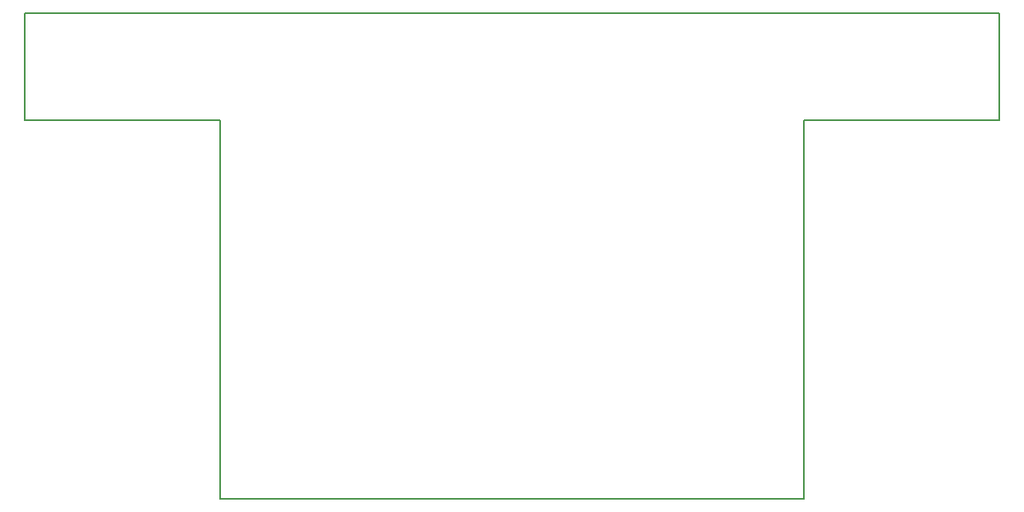
<source format=gko>
G04 #@! TF.FileFunction,Profile,NP*
%FSLAX46Y46*%
G04 Gerber Fmt 4.6, Leading zero omitted, Abs format (unit mm)*
G04 Created by KiCad (PCBNEW 4.0.1-stable) date 2/9/2017 10:22:46 PM*
%MOMM*%
G01*
G04 APERTURE LIST*
%ADD10C,0.100000*%
%ADD11C,0.150000*%
G04 APERTURE END LIST*
D10*
D11*
X50000000Y30000000D02*
X-50000000Y30000000D01*
X50000000Y19000000D02*
X50000000Y30000000D01*
X-50000000Y19000000D02*
X-50000000Y30000000D01*
X30000000Y19000000D02*
X50000000Y19000000D01*
X-50000000Y19000000D02*
X-30000000Y19000000D01*
X-30000000Y19000000D02*
X-30000000Y-20000000D01*
X30000000Y-20000000D02*
X30000000Y19000000D01*
X-30000000Y-20000000D02*
X30000000Y-20000000D01*
M02*

</source>
